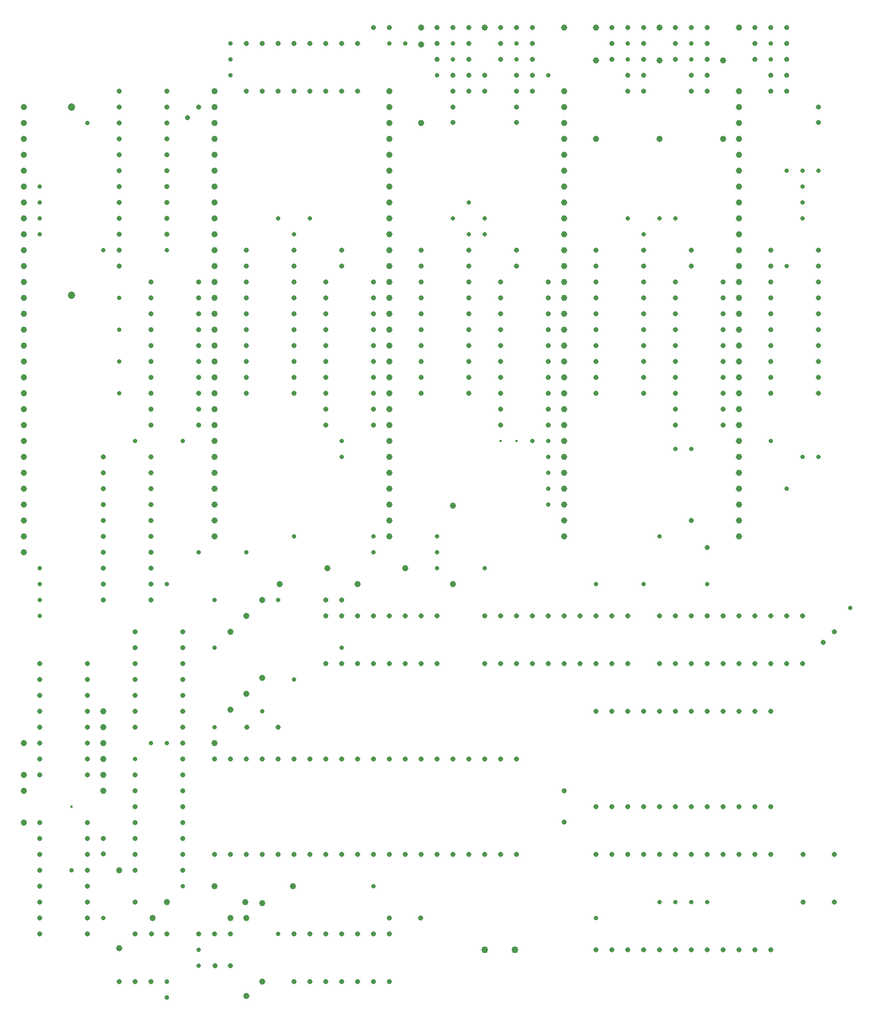
<source format=gbr>
%TF.GenerationSoftware,KiCad,Pcbnew,5.1.10*%
%TF.CreationDate,2021-12-20T20:01:52+01:00*%
%TF.ProjectId,Videoerweiterung,56696465-6f65-4727-9765-69746572756e,1*%
%TF.SameCoordinates,Original*%
%TF.FileFunction,Plated,1,2,PTH,Drill*%
%TF.FilePolarity,Positive*%
%FSLAX46Y46*%
G04 Gerber Fmt 4.6, Leading zero omitted, Abs format (unit mm)*
G04 Created by KiCad (PCBNEW 5.1.10) date 2021-12-20 20:01:52*
%MOMM*%
%LPD*%
G01*
G04 APERTURE LIST*
%TA.AperFunction,ViaDrill*%
%ADD10C,0.400000*%
%TD*%
%TA.AperFunction,ViaDrill*%
%ADD11C,0.700000*%
%TD*%
%TA.AperFunction,ComponentDrill*%
%ADD12C,0.700000*%
%TD*%
%TA.AperFunction,ComponentDrill*%
%ADD13C,0.750000*%
%TD*%
%TA.AperFunction,ComponentDrill*%
%ADD14C,0.800000*%
%TD*%
%TA.AperFunction,ComponentDrill*%
%ADD15C,1.000000*%
%TD*%
%TA.AperFunction,ComponentDrill*%
%ADD16C,1.100000*%
%TD*%
%TA.AperFunction,ComponentDrill*%
%ADD17C,1.200000*%
%TD*%
G04 APERTURE END LIST*
D10*
X55880000Y-177800000D03*
X124460000Y-119380000D03*
X127000000Y-119380000D03*
D11*
X50800000Y-78740000D03*
X50800000Y-81280000D03*
X50800000Y-83820000D03*
X50800000Y-86360000D03*
X50800000Y-139700000D03*
X50800000Y-142240000D03*
X50800000Y-144780000D03*
X50800000Y-147320000D03*
X55880000Y-187960000D03*
X58420000Y-68580000D03*
X60960000Y-88900000D03*
X60960000Y-195580000D03*
X63500000Y-96520000D03*
X63500000Y-101600000D03*
X63500000Y-106680000D03*
X63500000Y-111760000D03*
X66040000Y-119380000D03*
X66040000Y-170180000D03*
D12*
%TO.C,VD202*%
X68580000Y-167640000D03*
X71080000Y-167640000D03*
%TD*%
D11*
X71120000Y-88900000D03*
X71120000Y-142240000D03*
X73660000Y-119380000D03*
X73660000Y-190500000D03*
X76200000Y-137160000D03*
D12*
%TO.C,VD200*%
X76200000Y-200700000D03*
X76200000Y-203200000D03*
%TD*%
D11*
X78740000Y-144780000D03*
X78740000Y-152400000D03*
X78740000Y-165100000D03*
X81280000Y-55880000D03*
X81280000Y-58420000D03*
X81280000Y-60960000D03*
X83820000Y-137160000D03*
X86360000Y-162560000D03*
X88900000Y-83820000D03*
X88900000Y-144780000D03*
X88900000Y-198120000D03*
X91440000Y-86360000D03*
X91440000Y-134620000D03*
X91440000Y-157480000D03*
X93980000Y-83820000D03*
X99060000Y-119380000D03*
X99060000Y-121920000D03*
X99060000Y-152400000D03*
X101600000Y-142240000D03*
X104140000Y-134620000D03*
X104140000Y-137160000D03*
X104140000Y-190500000D03*
D12*
%TO.C,VD400*%
X106680000Y-55880000D03*
X109180000Y-55880000D03*
%TD*%
D11*
X114300000Y-60960000D03*
X114300000Y-134620000D03*
X114300000Y-137160000D03*
X114300000Y-139700000D03*
D12*
%TO.C,VD401*%
X116840000Y-55920000D03*
X116840000Y-58420000D03*
%TD*%
D11*
X116840000Y-83820000D03*
X119380000Y-81280000D03*
X119380000Y-86360000D03*
X121920000Y-83820000D03*
X121920000Y-86360000D03*
X121920000Y-139700000D03*
D12*
%TO.C,VD402*%
X127000000Y-55920000D03*
X127000000Y-58420000D03*
%TD*%
D11*
X129540000Y-119380000D03*
X132080000Y-60960000D03*
X132080000Y-119380000D03*
X132080000Y-121920000D03*
X132080000Y-124460000D03*
X132080000Y-127000000D03*
X132080000Y-129540000D03*
X139700000Y-142240000D03*
X139700000Y-195580000D03*
D12*
%TO.C,VD403*%
X144780000Y-55920000D03*
X144780000Y-58420000D03*
%TD*%
D11*
X144780000Y-83820000D03*
X147320000Y-86360000D03*
X147320000Y-142240000D03*
X149860000Y-83820000D03*
X149860000Y-134620000D03*
X149860000Y-193040000D03*
X152400000Y-83820000D03*
X152400000Y-120650000D03*
X152400000Y-193040000D03*
D12*
%TO.C,VD404*%
X154940000Y-55920000D03*
X154940000Y-58420000D03*
%TD*%
D11*
X154940000Y-120650000D03*
X154940000Y-193040000D03*
X157480000Y-142240000D03*
X157480000Y-193040000D03*
D12*
%TO.C,VD405*%
X167640000Y-55920000D03*
X167640000Y-58420000D03*
%TD*%
D11*
X167640000Y-119380000D03*
X170180000Y-76200000D03*
X170180000Y-91440000D03*
X170180000Y-127000000D03*
X172720000Y-76200000D03*
X172720000Y-78740000D03*
X172720000Y-81280000D03*
X172720000Y-83820000D03*
X172720000Y-121920000D03*
X175260000Y-76200000D03*
X175260000Y-121920000D03*
X180340000Y-146050000D03*
D13*
%TO.C,VD201*%
X71120000Y-205740000D03*
X71120000Y-208280000D03*
D14*
%TO.C,D20*%
X50800000Y-154940000D03*
X50800000Y-157480000D03*
X50800000Y-160020000D03*
X50800000Y-162560000D03*
X50800000Y-165100000D03*
X50800000Y-167640000D03*
X50800000Y-170180000D03*
X50800000Y-172720000D03*
%TO.C,D21*%
X50800000Y-180340000D03*
X50800000Y-182880000D03*
X50800000Y-185420000D03*
X50800000Y-187960000D03*
X50800000Y-190500000D03*
X50800000Y-193040000D03*
X50800000Y-195580000D03*
X50800000Y-198120000D03*
%TO.C,D20*%
X58420000Y-154940000D03*
X58420000Y-157480000D03*
X58420000Y-160020000D03*
X58420000Y-162560000D03*
X58420000Y-165100000D03*
X58420000Y-167640000D03*
X58420000Y-170180000D03*
X58420000Y-172720000D03*
%TO.C,D21*%
X58420000Y-180340000D03*
X58420000Y-182880000D03*
X58420000Y-185420000D03*
X58420000Y-187960000D03*
X58420000Y-190500000D03*
X58420000Y-193040000D03*
X58420000Y-195580000D03*
X58420000Y-198120000D03*
%TO.C,D17*%
X60960000Y-121920000D03*
X60960000Y-124460000D03*
X60960000Y-127000000D03*
X60960000Y-129540000D03*
X60960000Y-132080000D03*
X60960000Y-134620000D03*
X60960000Y-137160000D03*
X60960000Y-139700000D03*
X60960000Y-142240000D03*
X60960000Y-144780000D03*
%TO.C,C17*%
X60960000Y-182880000D03*
X60960000Y-185380000D03*
%TO.C,D15*%
X63500000Y-63500000D03*
X63500000Y-66040000D03*
X63500000Y-68580000D03*
X63500000Y-71120000D03*
X63500000Y-73660000D03*
X63500000Y-76200000D03*
X63500000Y-78740000D03*
X63500000Y-81280000D03*
X63500000Y-83820000D03*
X63500000Y-86360000D03*
%TO.C,C9*%
X63500000Y-88940000D03*
X63500000Y-91440000D03*
%TO.C,VT201*%
X63500000Y-205740000D03*
%TO.C,D18*%
X66040000Y-149860000D03*
X66040000Y-152400000D03*
X66040000Y-154940000D03*
X66040000Y-157480000D03*
X66040000Y-160020000D03*
X66040000Y-162560000D03*
X66040000Y-165100000D03*
%TO.C,D19*%
X66040000Y-172720000D03*
X66040000Y-175260000D03*
X66040000Y-177800000D03*
X66040000Y-180340000D03*
X66040000Y-182880000D03*
X66040000Y-185420000D03*
X66040000Y-187960000D03*
%TO.C,C200*%
X66040000Y-193120000D03*
X66040000Y-198120000D03*
%TO.C,VT201*%
X66040000Y-205740000D03*
%TO.C,D16*%
X68580000Y-93980000D03*
X68580000Y-96520000D03*
X68580000Y-99060000D03*
X68580000Y-101600000D03*
X68580000Y-104140000D03*
X68580000Y-106680000D03*
X68580000Y-109220000D03*
X68580000Y-111760000D03*
X68580000Y-114300000D03*
X68580000Y-116840000D03*
%TO.C,D17*%
X68580000Y-121920000D03*
X68580000Y-124460000D03*
X68580000Y-127000000D03*
X68580000Y-129540000D03*
X68580000Y-132080000D03*
X68580000Y-134620000D03*
X68580000Y-137160000D03*
X68580000Y-139700000D03*
X68580000Y-142240000D03*
X68580000Y-144780000D03*
%TO.C,VT201*%
X68580000Y-205740000D03*
%TO.C,C24*%
X68620000Y-198120000D03*
%TO.C,D15*%
X71120000Y-63500000D03*
X71120000Y-66040000D03*
X71120000Y-68580000D03*
X71120000Y-71120000D03*
X71120000Y-73660000D03*
X71120000Y-76200000D03*
X71120000Y-78740000D03*
X71120000Y-81280000D03*
X71120000Y-83820000D03*
X71120000Y-86360000D03*
%TO.C,C24*%
X71120000Y-198120000D03*
%TO.C,D18*%
X73660000Y-149860000D03*
X73660000Y-152400000D03*
X73660000Y-154940000D03*
X73660000Y-157480000D03*
X73660000Y-160020000D03*
X73660000Y-162560000D03*
X73660000Y-165100000D03*
%TO.C,C15*%
X73660000Y-167680000D03*
X73660000Y-170180000D03*
%TO.C,D19*%
X73660000Y-172720000D03*
X73660000Y-175260000D03*
X73660000Y-177800000D03*
X73660000Y-180340000D03*
X73660000Y-182880000D03*
X73660000Y-185420000D03*
X73660000Y-187960000D03*
%TO.C,C4*%
X74392233Y-67807767D03*
X76160000Y-66040000D03*
%TO.C,D16*%
X76200000Y-93980000D03*
X76200000Y-96520000D03*
X76200000Y-99060000D03*
X76200000Y-101600000D03*
X76200000Y-104140000D03*
X76200000Y-106680000D03*
X76200000Y-109220000D03*
X76200000Y-111760000D03*
X76200000Y-114300000D03*
X76200000Y-116840000D03*
%TO.C,VT200*%
X76200000Y-198120000D03*
%TO.C,D13*%
X78740000Y-170180000D03*
X78740000Y-185420000D03*
%TO.C,VT200*%
X78740000Y-198120000D03*
%TO.C,C201*%
X78780000Y-203200000D03*
%TO.C,D13*%
X81280000Y-170180000D03*
X81280000Y-185420000D03*
%TO.C,VT200*%
X81280000Y-198120000D03*
%TO.C,C201*%
X81280000Y-203200000D03*
%TO.C,D0*%
X83820000Y-55880000D03*
X83820000Y-63500000D03*
%TO.C,D12*%
X83820000Y-88900000D03*
X83820000Y-91440000D03*
X83820000Y-93980000D03*
X83820000Y-96520000D03*
X83820000Y-99060000D03*
X83820000Y-101600000D03*
X83820000Y-104140000D03*
X83820000Y-106680000D03*
X83820000Y-109220000D03*
X83820000Y-111760000D03*
%TO.C,D13*%
X83820000Y-170180000D03*
X83820000Y-185420000D03*
%TO.C,C202*%
X83900000Y-165100000D03*
%TO.C,D0*%
X86360000Y-55880000D03*
X86360000Y-63500000D03*
%TO.C,D13*%
X86360000Y-170180000D03*
X86360000Y-185420000D03*
%TO.C,D0*%
X88900000Y-55880000D03*
X88900000Y-63500000D03*
%TO.C,C202*%
X88900000Y-165100000D03*
%TO.C,D13*%
X88900000Y-170180000D03*
X88900000Y-185420000D03*
%TO.C,D0*%
X91440000Y-55880000D03*
X91440000Y-63500000D03*
%TO.C,D12*%
X91440000Y-88900000D03*
X91440000Y-91440000D03*
X91440000Y-93980000D03*
X91440000Y-96520000D03*
X91440000Y-99060000D03*
X91440000Y-101600000D03*
X91440000Y-104140000D03*
X91440000Y-106680000D03*
X91440000Y-109220000D03*
X91440000Y-111760000D03*
%TO.C,D13*%
X91440000Y-170180000D03*
X91440000Y-185420000D03*
%TO.C,D14*%
X91440000Y-198120000D03*
X91440000Y-205740000D03*
%TO.C,D0*%
X93980000Y-55880000D03*
X93980000Y-63500000D03*
%TO.C,D13*%
X93980000Y-170180000D03*
X93980000Y-185420000D03*
%TO.C,D14*%
X93980000Y-198120000D03*
X93980000Y-205740000D03*
%TO.C,D0*%
X96520000Y-55880000D03*
X96520000Y-63500000D03*
%TO.C,D11*%
X96520000Y-93980000D03*
X96520000Y-96520000D03*
X96520000Y-99060000D03*
X96520000Y-101600000D03*
X96520000Y-104140000D03*
X96520000Y-106680000D03*
X96520000Y-109220000D03*
X96520000Y-111760000D03*
X96520000Y-114300000D03*
X96520000Y-116840000D03*
%TO.C,C14*%
X96520000Y-144780000D03*
%TO.C,D10*%
X96520000Y-147320000D03*
X96520000Y-154940000D03*
%TO.C,D13*%
X96520000Y-170180000D03*
X96520000Y-185420000D03*
%TO.C,D14*%
X96520000Y-198120000D03*
X96520000Y-205740000D03*
%TO.C,C14*%
X99020000Y-144780000D03*
%TO.C,D0*%
X99060000Y-55880000D03*
X99060000Y-63500000D03*
%TO.C,C7*%
X99060000Y-88940000D03*
X99060000Y-91440000D03*
%TO.C,D10*%
X99060000Y-147320000D03*
X99060000Y-154940000D03*
%TO.C,D13*%
X99060000Y-170180000D03*
X99060000Y-185420000D03*
%TO.C,D14*%
X99060000Y-198120000D03*
X99060000Y-205740000D03*
%TO.C,D0*%
X101600000Y-55880000D03*
X101600000Y-63500000D03*
%TO.C,D10*%
X101600000Y-147320000D03*
X101600000Y-154940000D03*
%TO.C,D13*%
X101600000Y-170180000D03*
X101600000Y-185420000D03*
%TO.C,D14*%
X101600000Y-198120000D03*
X101600000Y-205740000D03*
%TO.C,R26*%
X104140000Y-53340000D03*
%TO.C,D11*%
X104140000Y-93980000D03*
X104140000Y-96520000D03*
X104140000Y-99060000D03*
X104140000Y-101600000D03*
X104140000Y-104140000D03*
X104140000Y-106680000D03*
X104140000Y-109220000D03*
X104140000Y-111760000D03*
X104140000Y-114300000D03*
X104140000Y-116840000D03*
%TO.C,D10*%
X104140000Y-147320000D03*
X104140000Y-154940000D03*
%TO.C,D13*%
X104140000Y-170180000D03*
X104140000Y-185420000D03*
%TO.C,D14*%
X104140000Y-198120000D03*
X104140000Y-205740000D03*
%TO.C,R26*%
X106680000Y-53340000D03*
%TO.C,D10*%
X106680000Y-147320000D03*
X106680000Y-154940000D03*
%TO.C,D13*%
X106680000Y-170180000D03*
X106680000Y-185420000D03*
%TO.C,C18*%
X106680000Y-195580000D03*
%TO.C,D14*%
X106680000Y-198120000D03*
X106680000Y-205740000D03*
%TO.C,D10*%
X109220000Y-147320000D03*
X109220000Y-154940000D03*
%TO.C,D13*%
X109220000Y-170180000D03*
X109220000Y-185420000D03*
%TO.C,C18*%
X111680000Y-195580000D03*
%TO.C,D9*%
X111760000Y-88900000D03*
X111760000Y-91440000D03*
X111760000Y-93980000D03*
X111760000Y-96520000D03*
X111760000Y-99060000D03*
X111760000Y-101600000D03*
X111760000Y-104140000D03*
X111760000Y-106680000D03*
X111760000Y-109220000D03*
X111760000Y-111760000D03*
%TO.C,D10*%
X111760000Y-147320000D03*
X111760000Y-154940000D03*
%TO.C,D13*%
X111760000Y-170180000D03*
X111760000Y-185420000D03*
%TO.C,VT400*%
X114300000Y-53340000D03*
X114300000Y-55880000D03*
X114300000Y-58420000D03*
%TO.C,D10*%
X114300000Y-147320000D03*
X114300000Y-154940000D03*
%TO.C,D13*%
X114300000Y-170180000D03*
X114300000Y-185420000D03*
%TO.C,C21*%
X116840000Y-53340000D03*
%TO.C,R24*%
X116840000Y-60960000D03*
X116840000Y-63500000D03*
%TO.C,C8*%
X116840000Y-66040000D03*
X116840000Y-68540000D03*
%TO.C,D13*%
X116840000Y-170180000D03*
X116840000Y-185420000D03*
%TO.C,C21*%
X119340000Y-53340000D03*
%TO.C,R22*%
X119380000Y-55880000D03*
X119380000Y-58420000D03*
%TO.C,R23*%
X119380000Y-60960000D03*
X119380000Y-63500000D03*
%TO.C,D9*%
X119380000Y-88900000D03*
X119380000Y-91440000D03*
X119380000Y-93980000D03*
X119380000Y-96520000D03*
X119380000Y-99060000D03*
X119380000Y-101600000D03*
X119380000Y-104140000D03*
X119380000Y-106680000D03*
X119380000Y-109220000D03*
X119380000Y-111760000D03*
%TO.C,D13*%
X119380000Y-170180000D03*
X119380000Y-185420000D03*
%TO.C,R20*%
X121920000Y-60960000D03*
X121920000Y-63500000D03*
%TO.C,D8*%
X121920000Y-147320000D03*
X121920000Y-154940000D03*
%TO.C,D13*%
X121920000Y-170180000D03*
X121920000Y-185420000D03*
%TO.C,VT401*%
X124460000Y-53340000D03*
X124460000Y-55880000D03*
X124460000Y-58420000D03*
%TO.C,D7*%
X124460000Y-93980000D03*
X124460000Y-96520000D03*
X124460000Y-99060000D03*
X124460000Y-101600000D03*
X124460000Y-104140000D03*
X124460000Y-106680000D03*
X124460000Y-109220000D03*
X124460000Y-111760000D03*
X124460000Y-114300000D03*
X124460000Y-116840000D03*
%TO.C,D8*%
X124460000Y-147320000D03*
X124460000Y-154940000D03*
%TO.C,D13*%
X124460000Y-170180000D03*
X124460000Y-185420000D03*
%TO.C,C16*%
X127000000Y-53340000D03*
%TO.C,R19*%
X127000000Y-60960000D03*
X127000000Y-63500000D03*
%TO.C,C12*%
X127000000Y-66040000D03*
X127000000Y-68540000D03*
%TO.C,C10*%
X127000000Y-88940000D03*
X127000000Y-91440000D03*
%TO.C,D8*%
X127000000Y-147320000D03*
X127000000Y-154940000D03*
%TO.C,D13*%
X127000000Y-170180000D03*
X127000000Y-185420000D03*
%TO.C,C16*%
X129500000Y-53340000D03*
%TO.C,R17*%
X129540000Y-55880000D03*
X129540000Y-58420000D03*
%TO.C,R18*%
X129540000Y-60960000D03*
X129540000Y-63500000D03*
%TO.C,D8*%
X129540000Y-147320000D03*
X129540000Y-154940000D03*
%TO.C,D7*%
X132080000Y-93980000D03*
X132080000Y-96520000D03*
X132080000Y-99060000D03*
X132080000Y-101600000D03*
X132080000Y-104140000D03*
X132080000Y-106680000D03*
X132080000Y-109220000D03*
X132080000Y-111760000D03*
X132080000Y-114300000D03*
X132080000Y-116840000D03*
%TO.C,D8*%
X132080000Y-147320000D03*
X132080000Y-154940000D03*
X134620000Y-147320000D03*
X134620000Y-154940000D03*
%TO.C,C3*%
X134620000Y-175260000D03*
X134620000Y-180260000D03*
%TO.C,D8*%
X137160000Y-147320000D03*
X137160000Y-154940000D03*
%TO.C,D4*%
X139700000Y-88900000D03*
X139700000Y-91440000D03*
X139700000Y-93980000D03*
X139700000Y-96520000D03*
X139700000Y-99060000D03*
X139700000Y-101600000D03*
X139700000Y-104140000D03*
X139700000Y-106680000D03*
X139700000Y-109220000D03*
X139700000Y-111760000D03*
%TO.C,D8*%
X139700000Y-147320000D03*
X139700000Y-154940000D03*
%TO.C,D5*%
X139700000Y-162560000D03*
X139700000Y-177800000D03*
%TO.C,D6*%
X139700000Y-185420000D03*
X139700000Y-200660000D03*
%TO.C,VT402*%
X142240000Y-53340000D03*
X142240000Y-55880000D03*
X142240000Y-58420000D03*
%TO.C,D8*%
X142240000Y-147320000D03*
X142240000Y-154940000D03*
%TO.C,D5*%
X142240000Y-162560000D03*
X142240000Y-177800000D03*
%TO.C,D6*%
X142240000Y-185420000D03*
X142240000Y-200660000D03*
%TO.C,C11*%
X144780000Y-53340000D03*
%TO.C,R14*%
X144780000Y-60960000D03*
X144780000Y-63500000D03*
%TO.C,D8*%
X144780000Y-147320000D03*
X144780000Y-154940000D03*
%TO.C,D5*%
X144780000Y-162560000D03*
X144780000Y-177800000D03*
%TO.C,D6*%
X144780000Y-185420000D03*
X144780000Y-200660000D03*
%TO.C,C11*%
X147280000Y-53340000D03*
%TO.C,R12*%
X147320000Y-55880000D03*
X147320000Y-58420000D03*
%TO.C,R13*%
X147320000Y-60960000D03*
X147320000Y-63500000D03*
%TO.C,D4*%
X147320000Y-88900000D03*
X147320000Y-91440000D03*
X147320000Y-93980000D03*
X147320000Y-96520000D03*
X147320000Y-99060000D03*
X147320000Y-101600000D03*
X147320000Y-104140000D03*
X147320000Y-106680000D03*
X147320000Y-109220000D03*
X147320000Y-111760000D03*
%TO.C,D5*%
X147320000Y-162560000D03*
X147320000Y-177800000D03*
%TO.C,D6*%
X147320000Y-185420000D03*
X147320000Y-200660000D03*
%TO.C,D2*%
X149860000Y-147320000D03*
X149860000Y-154940000D03*
%TO.C,D5*%
X149860000Y-162560000D03*
X149860000Y-177800000D03*
%TO.C,D6*%
X149860000Y-185420000D03*
X149860000Y-200660000D03*
%TO.C,VT403*%
X152400000Y-53340000D03*
X152400000Y-55880000D03*
X152400000Y-58420000D03*
%TO.C,D3*%
X152400000Y-93980000D03*
X152400000Y-96520000D03*
X152400000Y-99060000D03*
X152400000Y-101600000D03*
X152400000Y-104140000D03*
X152400000Y-106680000D03*
X152400000Y-109220000D03*
X152400000Y-111760000D03*
X152400000Y-114300000D03*
X152400000Y-116840000D03*
%TO.C,D2*%
X152400000Y-147320000D03*
X152400000Y-154940000D03*
%TO.C,D5*%
X152400000Y-162560000D03*
X152400000Y-177800000D03*
%TO.C,D6*%
X152400000Y-185420000D03*
X152400000Y-200660000D03*
%TO.C,C6*%
X154940000Y-53340000D03*
%TO.C,R9*%
X154940000Y-60960000D03*
X154940000Y-63500000D03*
%TO.C,C13*%
X154940000Y-88940000D03*
X154940000Y-91440000D03*
%TO.C,C19*%
X154940000Y-132080000D03*
%TO.C,D2*%
X154940000Y-147320000D03*
X154940000Y-154940000D03*
%TO.C,D5*%
X154940000Y-162560000D03*
X154940000Y-177800000D03*
%TO.C,D6*%
X154940000Y-185420000D03*
X154940000Y-200660000D03*
%TO.C,C6*%
X157440000Y-53340000D03*
%TO.C,C19*%
X157440000Y-136410127D03*
%TO.C,R7*%
X157480000Y-55880000D03*
X157480000Y-58420000D03*
%TO.C,R8*%
X157480000Y-60960000D03*
X157480000Y-63500000D03*
%TO.C,D2*%
X157480000Y-147320000D03*
X157480000Y-154940000D03*
%TO.C,D5*%
X157480000Y-162560000D03*
X157480000Y-177800000D03*
%TO.C,D6*%
X157480000Y-185420000D03*
X157480000Y-200660000D03*
%TO.C,D3*%
X160020000Y-93980000D03*
X160020000Y-96520000D03*
X160020000Y-99060000D03*
X160020000Y-101600000D03*
X160020000Y-104140000D03*
X160020000Y-106680000D03*
X160020000Y-109220000D03*
X160020000Y-111760000D03*
X160020000Y-114300000D03*
X160020000Y-116840000D03*
%TO.C,D2*%
X160020000Y-147320000D03*
X160020000Y-154940000D03*
%TO.C,D5*%
X160020000Y-162560000D03*
X160020000Y-177800000D03*
%TO.C,D6*%
X160020000Y-185420000D03*
X160020000Y-200660000D03*
%TO.C,D2*%
X162560000Y-147320000D03*
X162560000Y-154940000D03*
%TO.C,D5*%
X162560000Y-162560000D03*
X162560000Y-177800000D03*
%TO.C,D6*%
X162560000Y-185420000D03*
X162560000Y-200660000D03*
%TO.C,VT404*%
X165100000Y-53340000D03*
X165100000Y-55880000D03*
X165100000Y-58420000D03*
%TO.C,D2*%
X165100000Y-147320000D03*
X165100000Y-154940000D03*
%TO.C,D5*%
X165100000Y-162560000D03*
X165100000Y-177800000D03*
%TO.C,D6*%
X165100000Y-185420000D03*
X165100000Y-200660000D03*
%TO.C,C1*%
X167640000Y-53340000D03*
%TO.C,R4*%
X167640000Y-60960000D03*
X167640000Y-63500000D03*
%TO.C,D1*%
X167640000Y-88900000D03*
X167640000Y-91440000D03*
X167640000Y-93980000D03*
X167640000Y-96520000D03*
X167640000Y-99060000D03*
X167640000Y-101600000D03*
X167640000Y-104140000D03*
X167640000Y-106680000D03*
X167640000Y-109220000D03*
X167640000Y-111760000D03*
%TO.C,D2*%
X167640000Y-147320000D03*
X167640000Y-154940000D03*
%TO.C,D5*%
X167640000Y-162560000D03*
X167640000Y-177800000D03*
%TO.C,D6*%
X167640000Y-185420000D03*
X167640000Y-200660000D03*
%TO.C,C1*%
X170140000Y-53340000D03*
%TO.C,R2*%
X170180000Y-55880000D03*
X170180000Y-58420000D03*
%TO.C,R3*%
X170180000Y-60960000D03*
X170180000Y-63500000D03*
%TO.C,D2*%
X170180000Y-147320000D03*
X170180000Y-154940000D03*
X172720000Y-147320000D03*
X172720000Y-154940000D03*
%TO.C,C22*%
X172800000Y-185420000D03*
%TO.C,C23*%
X172800000Y-193040000D03*
%TO.C,C5*%
X175260000Y-66040000D03*
X175260000Y-68540000D03*
%TO.C,D1*%
X175260000Y-88900000D03*
X175260000Y-91440000D03*
X175260000Y-93980000D03*
X175260000Y-96520000D03*
X175260000Y-99060000D03*
X175260000Y-101600000D03*
X175260000Y-104140000D03*
X175260000Y-106680000D03*
X175260000Y-109220000D03*
X175260000Y-111760000D03*
%TO.C,C20*%
X176032233Y-151627767D03*
X177800000Y-149860000D03*
%TO.C,C22*%
X177800000Y-185420000D03*
%TO.C,C23*%
X177800000Y-193040000D03*
D15*
%TO.C,X200*%
X48260000Y-66040000D03*
X48260000Y-68580000D03*
X48260000Y-71120000D03*
X48260000Y-73660000D03*
X48260000Y-76200000D03*
X48260000Y-78740000D03*
X48260000Y-81280000D03*
X48260000Y-83820000D03*
X48260000Y-86360000D03*
X48260000Y-88900000D03*
X48260000Y-91440000D03*
X48260000Y-93980000D03*
X48260000Y-96520000D03*
X48260000Y-99060000D03*
X48260000Y-101600000D03*
X48260000Y-104140000D03*
X48260000Y-106680000D03*
X48260000Y-109220000D03*
X48260000Y-111760000D03*
X48260000Y-114300000D03*
X48260000Y-116840000D03*
X48260000Y-119380000D03*
X48260000Y-121920000D03*
X48260000Y-124460000D03*
X48260000Y-127000000D03*
X48260000Y-129540000D03*
X48260000Y-132080000D03*
X48260000Y-134620000D03*
X48260000Y-137160000D03*
%TO.C,X204*%
X48260000Y-167640000D03*
%TO.C,X202*%
X48260000Y-172720000D03*
X48260000Y-175260000D03*
%TO.C,X201*%
X48260000Y-180340000D03*
%TO.C,X203*%
X60960000Y-162560000D03*
X60960000Y-165100000D03*
X60960000Y-167640000D03*
X60960000Y-170180000D03*
X60960000Y-172720000D03*
X60960000Y-175260000D03*
%TO.C,R204*%
X63500000Y-187960000D03*
X63500000Y-200460000D03*
%TO.C,R200*%
X68780000Y-195580000D03*
%TO.C,R201*%
X71120000Y-193040000D03*
%TO.C,X300*%
X78740000Y-63500000D03*
X78740000Y-66040000D03*
X78740000Y-68580000D03*
X78740000Y-71120000D03*
X78740000Y-73660000D03*
X78740000Y-76200000D03*
X78740000Y-78740000D03*
X78740000Y-81280000D03*
X78740000Y-83820000D03*
X78740000Y-86360000D03*
X78740000Y-88900000D03*
X78740000Y-91440000D03*
X78740000Y-93980000D03*
X78740000Y-96520000D03*
X78740000Y-99060000D03*
X78740000Y-101600000D03*
X78740000Y-104140000D03*
X78740000Y-106680000D03*
X78740000Y-109220000D03*
X78740000Y-111760000D03*
X78740000Y-114300000D03*
X78740000Y-116840000D03*
X78740000Y-119380000D03*
X78740000Y-121920000D03*
X78740000Y-124460000D03*
X78740000Y-127000000D03*
X78740000Y-129540000D03*
X78740000Y-132080000D03*
X78740000Y-134620000D03*
%TO.C,X205*%
X78740000Y-167640000D03*
%TO.C,R205*%
X78740000Y-190500000D03*
%TO.C,R206*%
X81280000Y-149860000D03*
X81280000Y-162360000D03*
%TO.C,R200*%
X81280000Y-195580000D03*
%TO.C,R201*%
X83620000Y-193040000D03*
%TO.C,R210*%
X83820000Y-147320000D03*
X83820000Y-159820000D03*
%TO.C,R202*%
X83820000Y-195580000D03*
X83820000Y-208080000D03*
%TO.C,R209*%
X86360000Y-144780000D03*
X86360000Y-157280000D03*
%TO.C,R203*%
X86360000Y-193240000D03*
X86360000Y-205740000D03*
%TO.C,R208*%
X89100000Y-142240000D03*
%TO.C,R205*%
X91240000Y-190500000D03*
%TO.C,R207*%
X96720000Y-139700000D03*
%TO.C,R208*%
X101600000Y-142240000D03*
%TO.C,X302*%
X106680000Y-63500000D03*
X106680000Y-66040000D03*
X106680000Y-68580000D03*
X106680000Y-71120000D03*
X106680000Y-73660000D03*
X106680000Y-76200000D03*
X106680000Y-78740000D03*
X106680000Y-81280000D03*
X106680000Y-83820000D03*
X106680000Y-86360000D03*
X106680000Y-88900000D03*
X106680000Y-91440000D03*
X106680000Y-93980000D03*
X106680000Y-96520000D03*
X106680000Y-99060000D03*
X106680000Y-101600000D03*
X106680000Y-104140000D03*
X106680000Y-106680000D03*
X106680000Y-109220000D03*
X106680000Y-111760000D03*
X106680000Y-114300000D03*
X106680000Y-116840000D03*
X106680000Y-119380000D03*
X106680000Y-121920000D03*
X106680000Y-124460000D03*
X106680000Y-127000000D03*
X106680000Y-129540000D03*
X106680000Y-132080000D03*
X106680000Y-134620000D03*
%TO.C,R207*%
X109220000Y-139700000D03*
%TO.C,X400*%
X111760000Y-53340000D03*
%TO.C,R25*%
X111760000Y-56080000D03*
X111760000Y-68580000D03*
%TO.C,R211*%
X116840000Y-129740000D03*
X116840000Y-142240000D03*
%TO.C,X401*%
X121920000Y-53340000D03*
%TO.C,X405*%
X134620000Y-53340000D03*
%TO.C,X303*%
X134620000Y-63500000D03*
X134620000Y-66040000D03*
X134620000Y-68580000D03*
X134620000Y-71120000D03*
X134620000Y-73660000D03*
X134620000Y-76200000D03*
X134620000Y-78740000D03*
X134620000Y-81280000D03*
X134620000Y-83820000D03*
X134620000Y-86360000D03*
X134620000Y-88900000D03*
X134620000Y-91440000D03*
X134620000Y-93980000D03*
X134620000Y-96520000D03*
X134620000Y-99060000D03*
X134620000Y-101600000D03*
X134620000Y-104140000D03*
X134620000Y-106680000D03*
X134620000Y-109220000D03*
X134620000Y-111760000D03*
X134620000Y-114300000D03*
X134620000Y-116840000D03*
X134620000Y-119380000D03*
X134620000Y-121920000D03*
X134620000Y-124460000D03*
X134620000Y-127000000D03*
X134620000Y-129540000D03*
X134620000Y-132080000D03*
X134620000Y-134620000D03*
%TO.C,X402*%
X139700000Y-53340000D03*
%TO.C,R15*%
X139700000Y-58620000D03*
X139700000Y-71120000D03*
%TO.C,X403*%
X149860000Y-53340000D03*
%TO.C,R10*%
X149860000Y-58620000D03*
X149860000Y-71120000D03*
%TO.C,R5*%
X160020000Y-58620000D03*
X160020000Y-71120000D03*
%TO.C,X404*%
X162560000Y-53340000D03*
%TO.C,X301*%
X162560000Y-63500000D03*
X162560000Y-66040000D03*
X162560000Y-68580000D03*
X162560000Y-71120000D03*
X162560000Y-73660000D03*
X162560000Y-76200000D03*
X162560000Y-78740000D03*
X162560000Y-81280000D03*
X162560000Y-83820000D03*
X162560000Y-86360000D03*
X162560000Y-88900000D03*
X162560000Y-91440000D03*
X162560000Y-93980000D03*
X162560000Y-96520000D03*
X162560000Y-99060000D03*
X162560000Y-101600000D03*
X162560000Y-104140000D03*
X162560000Y-106680000D03*
X162560000Y-109220000D03*
X162560000Y-111760000D03*
X162560000Y-114300000D03*
X162560000Y-116840000D03*
X162560000Y-119380000D03*
X162560000Y-121920000D03*
X162560000Y-124460000D03*
X162560000Y-127000000D03*
X162560000Y-129540000D03*
X162560000Y-132080000D03*
X162560000Y-134620000D03*
D16*
%TO.C,X206*%
X121920000Y-200660000D03*
X126720000Y-200660000D03*
D17*
%TO.C,C2*%
X55880000Y-66040000D03*
X55880000Y-96120000D03*
M02*

</source>
